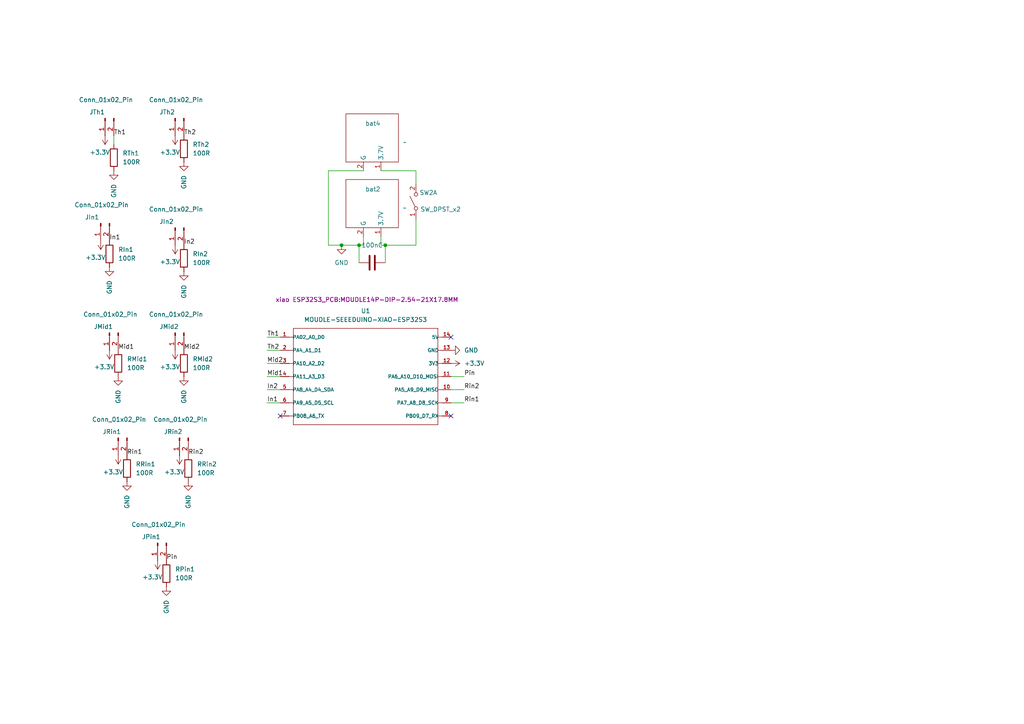
<source format=kicad_sch>
(kicad_sch (version 20250114) (generator "eeschema") (generator_version "9.0")
  (paper "A4")
  (lib_symbols
    (symbol "Connector:Conn_01x02_Pin" (pin_names (offset 1.016) (hide yes))
      (property "Reference" "J" (at 0 2.54 0))
      (property "Value" "Conn_01x02_Pin" (at 0 -5.08 0))
      (symbol "Conn_01x02_Pin_1_1"
        (rectangle (start 0.8636 0.127) (end 0 -0.127) (stroke (width 0.1524)) (fill (type outline)))
        (rectangle (start 0.8636 -2.413) (end 0 -2.667) (stroke (width 0.1524)) (fill (type outline)))
        (polyline (pts (xy 1.27 0) (xy 0.8636 0)) (stroke (width 0.1524)))
        (polyline (pts (xy 1.27 -2.54) (xy 0.8636 -2.54)) (stroke (width 0.1524)))
        (pin passive line (at 5.08 0 180) (length 3.81) (name "Pin_1") (number "1"))
        (pin passive line (at 5.08 -2.54 180) (length 3.81) (name "Pin_2") (number "2"))
      )
    )
    (symbol "Device:C" (pin_numbers (hide yes)) (pin_names (offset 0.254))
      (property "Reference" "C" (at 0.635 2.54 0))
      (property "Value" "C" (at 0.635 -2.54 0))
      (symbol "C_0_1"
        (polyline (pts (xy -2.032 0.762) (xy 2.032 0.762)) (stroke (width 0.508)))
        (polyline (pts (xy -2.032 -0.762) (xy 2.032 -0.762)) (stroke (width 0.508)))
      )
      (symbol "C_1_1"
        (pin passive line (at 0 3.81 270) (length 2.794) (name "~") (number "1"))
        (pin passive line (at 0 -3.81 90) (length 2.794) (name "~") (number "2"))
      )
    )
    (symbol "Device:R" (pin_numbers (hide yes)) (pin_names (offset 0))
      (property "Reference" "R" (at 2.032 0 90))
      (property "Value" "R" (at 0 0 90))
      (symbol "R_0_1"
        (rectangle (start -1.016 -2.54) (end 1.016 2.54) (stroke (width 0.254)))
      )
      (symbol "R_1_1"
        (pin passive line (at 0 3.81 270) (length 1.27) (name "~") (number "1"))
        (pin passive line (at 0 -3.81 90) (length 1.27) (name "~") (number "2"))
      )
    )
    (symbol "MOUDLE-SEEEDUINO-XIAO-ESP32S3:MOUDLE-SEEEDUINO-XIAO-ESP32S3" (pin_names (offset 1.016))
      (property "Reference" "U" (at -21.59 15.24 0))
      (property "Value" "MOUDLE-SEEEDUINO-XIAO-ESP32S3" (at -21.59 13.97 0))
      (symbol "MOUDLE-SEEEDUINO-XIAO-ESP32S3_0_0"
        (polyline (pts (xy -21.59 13.97) (xy 20.32 13.97)) (stroke (width 0.1524)))
        (polyline (pts (xy -21.59 11.43) (xy -22.86 11.43)) (stroke (width 0.1524)))
        (polyline (pts (xy -21.59 11.43) (xy -21.59 13.97)) (stroke (width 0.1524)))
        (polyline (pts (xy -21.59 7.62) (xy -22.86 7.62)) (stroke (width 0.1524)))
        (polyline (pts (xy -21.59 7.62) (xy -21.59 11.43)) (stroke (width 0.1524)))
        (polyline (pts (xy -21.59 3.81) (xy -22.86 3.81)) (stroke (width 0.1524)))
        (polyline (pts (xy -21.59 3.81) (xy -21.59 7.62)) (stroke (width 0.1524)))
        (polyline (pts (xy -21.59 0) (xy -22.86 0)) (stroke (width 0.1524)))
        (polyline (pts (xy -21.59 0) (xy -21.59 3.81)) (stroke (width 0.1524)))
        (polyline (pts (xy -21.59 -3.81) (xy -22.86 -3.81)) (stroke (width 0.1524)))
        (polyline (pts (xy -21.59 -7.62) (xy -22.86 -7.62)) (stroke (width 0.1524)))
        (polyline (pts (xy -21.59 -11.43) (xy -22.86 -11.43)) (stroke (width 0.1524)))
        (polyline (pts (xy -21.59 -13.97) (xy -21.59 0)) (stroke (width 0.1524)))
        (polyline (pts (xy 20.32 13.97) (xy 20.32 11.43)) (stroke (width 0.1524)))
        (polyline (pts (xy 20.32 11.43) (xy 20.32 7.62)) (stroke (width 0.1524)))
        (polyline (pts (xy 20.32 7.62) (xy 20.32 3.81)) (stroke (width 0.1524)))
        (polyline (pts (xy 20.32 3.81) (xy 20.32 -13.97)) (stroke (width 0.1524)))
        (polyline (pts (xy 20.32 -13.97) (xy -21.59 -13.97)) (stroke (width 0.1524)))
        (polyline (pts (xy 21.59 11.43) (xy 20.32 11.43)) (stroke (width 0.1524)))
        (polyline (pts (xy 21.59 7.62) (xy 20.32 7.62)) (stroke (width 0.1524)))
        (polyline (pts (xy 21.59 3.81) (xy 20.32 3.81)) (stroke (width 0.1524)))
        (polyline (pts (xy 21.59 0) (xy 20.32 0)) (stroke (width 0.1524)))
        (polyline (pts (xy 21.59 -3.81) (xy 20.32 -3.81)) (stroke (width 0.1524)))
        (polyline (pts (xy 21.59 -7.62) (xy 20.32 -7.62)) (stroke (width 0.1524)))
        (polyline (pts (xy 21.59 -11.43) (xy 20.32 -11.43)) (stroke (width 0.1524)))
        (pin bidirectional line (at -25.4 11.43 0) (length 2.54) (name "PA02_A0_D0") (number "1"))
        (pin bidirectional line (at -25.4 7.62 0) (length 2.54) (name "PA4_A1_D1") (number "2"))
        (pin bidirectional line (at -25.4 3.81 0) (length 2.54) (name "PA10_A2_D2") (number "3"))
        (pin bidirectional line (at -25.4 0 0) (length 2.54) (name "PA11_A3_D3") (number "4"))
        (pin bidirectional line (at -25.4 -3.81 0) (length 2.54) (name "PA8_A4_D4_SDA") (number "5"))
        (pin bidirectional line (at -25.4 -7.62 0) (length 2.54) (name "PA9_A5_D5_SCL") (number "6"))
        (pin bidirectional line (at 24.13 0 180) (length 2.54) (name "PA6_A10_D10_MOSI") (number "11"))
        (pin bidirectional line (at 24.13 -3.81 180) (length 2.54) (name "PA5_A9_D9_MISO") (number "10"))
        (pin bidirectional line (at 24.13 -7.62 180) (length 2.54) (name "PA7_A8_D8_SCK") (number "9"))
      )
      (symbol "MOUDLE-SEEEDUINO-XIAO-ESP32S3_1_0"
        (pin bidirectional line (at -25.4 -11.43 0) (length 2.54) (name "PB08_A6_TX") (number "7"))
        (pin power_out line (at 24.13 11.43 180) (length 2.54) (name "5V") (number "14"))
        (pin power_out line (at 24.13 7.62 180) (length 2.54) (name "GND") (number "13"))
        (pin power_out line (at 24.13 3.81 180) (length 2.54) (name "3V3") (number "12"))
        (pin bidirectional line (at 24.13 -11.43 180) (length 2.54) (name "PB09_D7_RX") (number "8"))
      )
    )
    (symbol "Switch:SW_DPST_x2" (pin_names (offset 0) (hide yes))
      (property "Reference" "SW" (at 0 3.175 0))
      (property "Value" "SW_DPST_x2" (at 0 -2.54 0))
      (symbol "SW_DPST_x2_0_0"
        (circle (center -2.032 0) (radius 0.508))
        (polyline (pts (xy -1.524 0.254) (xy 1.524 1.778)))
        (circle (center 2.032 0) (radius 0.508))
      )
      (symbol "SW_DPST_x2_1_1"
        (pin passive line (at -5.08 0 0) (length 2.54) (name "A") (number "1"))
        (pin passive line (at 5.08 0 180) (length 2.54) (name "B") (number "2"))
      )
      (symbol "SW_DPST_x2_2_1"
        (pin passive line (at -5.08 0 0) (length 2.54) (name "A") (number "3"))
        (pin passive line (at 5.08 0 180) (length 2.54) (name "B") (number "4"))
      )
    )
    (symbol "extra:BAT"
      (property "Reference" "bat" (at 0 0 0))
      (symbol "BAT_0_1"
        (rectangle (start -7.62 6.35) (end 7.62 -7.62))
      )
      (symbol "BAT_1_1"
        (pin input line (at -2.54 8.89 270) (length 2.54) (name "3.7V") (number "1"))
        (pin input line (at 2.54 8.89 270) (length 2.54) (name "G") (number "2"))
      )
    )
    (symbol "power:+3.3V" (power) (pin_numbers (hide yes)) (pin_names (offset 0) (hide yes))
      (property "Value" "+3.3V" (at 0 3.556 0))
      (symbol "+3.3V_0_1"
        (polyline (pts (xy -0.762 1.27) (xy 0 2.54)))
        (polyline (pts (xy 0 2.54) (xy 0.762 1.27)))
        (polyline (pts (xy 0 0) (xy 0 2.54)))
      )
      (symbol "+3.3V_1_1"
        (pin power_in line (at 0 0 90) (length 0) (name "~") (number "1"))
      )
    )
    (symbol "power:GND" (power) (pin_numbers (hide yes)) (pin_names (offset 0) (hide yes))
      (property "Value" "GND" (at 0 -3.81 0))
      (symbol "GND_0_1"
        (polyline (pts (xy 0 0) (xy 0 -1.27) (xy 1.27 -1.27) (xy 0 -2.54) (xy -1.27 -1.27) (xy 0 -1.27)))
      )
      (symbol "GND_1_1"
        (pin power_in line (at 0 0 270) (length 0) (name "~") (number "1"))
      )
    )
  )
  (junction (at 99.06 71.12))
  (junction (at 111.76 71.12))
  (junction (at 104.14 71.12))
  (no_connect (at 81.28 120.65))
  (no_connect (at 130.81 97.79))
  (no_connect (at 130.81 120.65))
  (wire (pts (xy 77.47 109.22) (xy 81.28 109.22)))
  (wire (pts (xy 104.14 71.12) (xy 104.14 76.2)))
  (wire (pts (xy 130.81 116.84) (xy 134.62 116.84)))
  (wire (pts (xy 110.49 49.53) (xy 120.65 49.53)))
  (wire (pts (xy 111.76 71.12) (xy 120.65 71.12)))
  (wire (pts (xy 77.47 97.79) (xy 81.28 97.79)))
  (wire (pts (xy 130.81 109.22) (xy 134.62 109.22)))
  (wire (pts (xy 120.65 63.5) (xy 120.65 71.12)))
  (wire (pts (xy 105.41 49.53) (xy 95.25 49.53)))
  (wire (pts (xy 99.06 71.12) (xy 104.14 71.12)))
  (wire (pts (xy 120.65 49.53) (xy 120.65 53.34)))
  (wire (pts (xy 104.14 71.12) (xy 105.41 71.12)))
  (wire (pts (xy 95.25 71.12) (xy 99.06 71.12)))
  (wire (pts (xy 33.02 41.91) (xy 33.02 39.37)))
  (wire (pts (xy 77.47 116.84) (xy 81.28 116.84)))
  (wire (pts (xy 95.25 49.53) (xy 95.25 71.12)))
  (wire (pts (xy 130.81 113.03) (xy 134.62 113.03)))
  (wire (pts (xy 111.76 71.12) (xy 111.76 76.2)))
  (wire (pts (xy 105.41 71.12) (xy 105.41 68.58)))
  (wire (pts (xy 77.47 105.41) (xy 81.28 105.41)))
  (wire (pts (xy 77.47 101.6) (xy 81.28 101.6)))
  (wire (pts (xy 111.76 71.12) (xy 110.49 71.12)))
  (wire (pts (xy 77.47 113.03) (xy 81.28 113.03)))
  (wire (pts (xy 110.49 71.12) (xy 110.49 68.58)))
  (label "Th1" (at 77.47 97.79 0))
  (label "Th1" (at 33.02 39.37 0))
  (label "In2" (at 77.47 113.03 0))
  (label "Mid1" (at 34.29 101.6 0))
  (label "Mid2" (at 77.47 105.41 0))
  (label "Mid1" (at 77.47 109.22 0))
  (label "Pin" (at 48.26 162.56 0))
  (label "In2" (at 53.34 71.12 0))
  (label "In1" (at 77.47 116.84 0))
  (label "Rin2" (at 54.61 132.08 0))
  (label "Mid2" (at 53.34 101.6 0))
  (label "Rin1" (at 134.62 116.84 0))
  (label "Pin" (at 134.62 109.22 0))
  (label "In1" (at 31.75 69.85 0))
  (label "Th2" (at 53.34 39.37 0))
  (label "Th2" (at 77.47 101.6 0))
  (label "Rin2" (at 134.62 113.03 0))
  (label "Rin1" (at 36.83 132.08 0))
  (symbol (lib_id "MOUDLE-SEEEDUINO-XIAO-ESP32S3:MOUDLE-SEEEDUINO-XIAO-ESP32S3") (at 106.68 109.22 0) (unit 1)
    (property "Reference" "U1" (at 106.045 90.17 0))
    (property "Value" "MOUDLE-SEEEDUINO-XIAO-ESP32S3" (at 106.045 92.71 0))
    (property "Footprint" "xiao ESP32S3_PCB:MOUDLE14P-DIP-2.54-21X17.8MM" (at 106.426 87.63 0) (effects (justify bottom)))
  )
  (symbol (lib_id "Device:R") (at 53.34 74.93 0) (unit 1)
    (property "Reference" "RIn2" (at 55.88 73.6599 0) (effects (justify left)))
    (property "Value" "100R" (at 55.88 76.1999 0) (effects (justify left)))
    (property "Footprint" "Resistor_THT:R_Axial_DIN0204_L3.6mm_D1.6mm_P1.90mm_Vertical" (effects (hide yes)))
    (property "Description" "Resistor" (effects (hide yes)))
  )
  (symbol (lib_id "extra:BAT") (at 107.95 40.64 180) (unit 1)
    (property "Reference" "bat4" (at 105.918 35.814 0) (effects (justify right)))
    (property "Value" "~" (at 116.84 41.275 0) (effects (justify right)))
    (property "Footprint" "Connector_JST:JST_PH_B2B-PH-K_1x02_P2.00mm_Vertical" (effects (hide yes)))
  )
  (symbol (lib_id "Device:R") (at 36.83 135.89 0) (unit 1)
    (property "Reference" "RRin1" (at 39.37 134.6199 0) (effects (justify left)))
    (property "Value" "100R" (at 39.37 137.1599 0) (effects (justify left)))
    (property "Footprint" "Resistor_THT:R_Axial_DIN0204_L3.6mm_D1.6mm_P1.90mm_Vertical" (effects (hide yes)))
    (property "Description" "Resistor" (effects (hide yes)))
  )
  (symbol (lib_id "power:+3.3V") (at 30.48 39.37 180) (unit 1)
    (property "Reference" "#PWR04" (effects (hide yes)))
    (property "Value" "+3.3V" (at 28.956 44.196 0))
    (property "Description" "Power symbol creates a global label with name \"+3.3V\"" (effects (hide yes)))
  )
  (symbol (lib_id "Device:R") (at 31.75 73.66 0) (unit 1)
    (property "Reference" "RIn1" (at 34.29 72.3899 0) (effects (justify left)))
    (property "Value" "100R" (at 34.29 74.9299 0) (effects (justify left)))
    (property "Footprint" "Resistor_THT:R_Axial_DIN0204_L3.6mm_D1.6mm_P1.90mm_Vertical" (effects (hide yes)))
    (property "Description" "Resistor" (effects (hide yes)))
  )
  (symbol (lib_id "Connector:Conn_01x02_Pin") (at 50.8 96.52 90) (mirror x) (unit 1)
    (property "Reference" "JMid2" (at 46.228 94.742 90) (effects (justify right)))
    (property "Value" "Conn_01x02_Pin" (at 43.18 91.186 90) (effects (justify right)))
    (property "Footprint" "Connector_JST:JST_XH_S2B-XH-A_1x02_P2.50mm_Horizontal" (effects (hide yes)))
    (property "Description" "Generic connector, single row, 01x02, script generated" (effects (hide yes)))
  )
  (symbol (lib_id "Connector:Conn_01x02_Pin") (at 50.8 66.04 90) (mirror x) (unit 1)
    (property "Reference" "JIn2" (at 46.228 64.262 90) (effects (justify right)))
    (property "Value" "Conn_01x02_Pin" (at 43.18 60.706 90) (effects (justify right)))
    (property "Footprint" "Connector_JST:JST_XH_S2B-XH-A_1x02_P2.50mm_Horizontal" (effects (hide yes)))
    (property "Description" "Generic connector, single row, 01x02, script generated" (effects (hide yes)))
  )
  (symbol (lib_id "Switch:SW_DPST_x2") (at 120.65 58.42 90) (unit 1)
    (property "Reference" "SW2" (at 121.666 55.88 90) (effects (justify right)))
    (property "Value" "SW_DPST_x2" (at 121.92 60.706 90) (effects (justify right)))
    (property "Footprint" "Connector_JST:JST_PH_B2B-PH-K_1x02_P2.00mm_Vertical" (effects (hide yes)))
    (property "Description" "Single Pole Single Throw (SPST) switch, separate symbol" (effects (hide yes)))
  )
  (symbol (lib_id "Connector:Conn_01x02_Pin") (at 50.8 34.29 90) (mirror x) (unit 1)
    (property "Reference" "JTh2" (at 46.228 32.512 90) (effects (justify right)))
    (property "Value" "Conn_01x02_Pin" (at 43.18 28.956 90) (effects (justify right)))
    (property "Footprint" "Connector_JST:JST_XH_S2B-XH-A_1x02_P2.50mm_Horizontal" (effects (hide yes)))
    (property "Description" "Generic connector, single row, 01x02, script generated" (effects (hide yes)))
  )
  (symbol (lib_id "power:GND") (at 34.29 109.22 0) (unit 1)
    (property "Reference" "#PWR018" (effects (hide yes)))
    (property "Value" "GND" (at 34.2901 113.03 90) (effects (justify right)))
    (property "Description" "Power symbol creates a global label with name \"GND\" , ground" (effects (hide yes)))
  )
  (symbol (lib_id "power:GND") (at 31.75 77.47 0) (unit 1)
    (property "Reference" "#PWR08" (effects (hide yes)))
    (property "Value" "GND" (at 31.7501 81.28 90) (effects (justify right)))
    (property "Description" "Power symbol creates a global label with name \"GND\" , ground" (effects (hide yes)))
  )
  (symbol (lib_id "power:+3.3V") (at 29.21 69.85 180) (unit 1)
    (property "Reference" "#PWR06" (effects (hide yes)))
    (property "Value" "+3.3V" (at 27.686 74.676 0))
    (property "Description" "Power symbol creates a global label with name \"+3.3V\"" (effects (hide yes)))
  )
  (symbol (lib_id "Connector:Conn_01x02_Pin") (at 52.07 127 90) (mirror x) (unit 1)
    (property "Reference" "JRin2" (at 47.498 125.222 90) (effects (justify right)))
    (property "Value" "Conn_01x02_Pin" (at 44.45 121.666 90) (effects (justify right)))
    (property "Footprint" "Connector_JST:JST_XH_S2B-XH-A_1x02_P2.50mm_Horizontal" (effects (hide yes)))
    (property "Description" "Generic connector, single row, 01x02, script generated" (effects (hide yes)))
  )
  (symbol (lib_id "power:+3.3V") (at 34.29 132.08 180) (unit 1)
    (property "Reference" "#PWR013" (effects (hide yes)))
    (property "Value" "+3.3V" (at 32.766 136.906 0))
    (property "Description" "Power symbol creates a global label with name \"+3.3V\"" (effects (hide yes)))
  )
  (symbol (lib_id "power:+3.3V") (at 52.07 132.08 180) (unit 1)
    (property "Reference" "#PWR011" (effects (hide yes)))
    (property "Value" "+3.3V" (at 50.546 136.906 0))
    (property "Description" "Power symbol creates a global label with name \"+3.3V\"" (effects (hide yes)))
  )
  (symbol (lib_id "power:+3.3V") (at 50.8 71.12 180) (unit 1)
    (property "Reference" "#PWR09" (effects (hide yes)))
    (property "Value" "+3.3V" (at 49.276 75.946 0))
    (property "Description" "Power symbol creates a global label with name \"+3.3V\"" (effects (hide yes)))
  )
  (symbol (lib_id "Device:R") (at 53.34 43.18 0) (unit 1)
    (property "Reference" "RTh2" (at 55.88 41.9099 0) (effects (justify left)))
    (property "Value" "100R" (at 55.88 44.4499 0) (effects (justify left)))
    (property "Footprint" "Resistor_THT:R_Axial_DIN0204_L3.6mm_D1.6mm_P1.90mm_Vertical" (effects (hide yes)))
    (property "Description" "Resistor" (effects (hide yes)))
  )
  (symbol (lib_id "Device:R") (at 54.61 135.89 0) (unit 1)
    (property "Reference" "RRin2" (at 57.15 134.6199 0) (effects (justify left)))
    (property "Value" "100R" (at 57.15 137.1599 0) (effects (justify left)))
    (property "Footprint" "Resistor_THT:R_Axial_DIN0204_L3.6mm_D1.6mm_P1.90mm_Vertical" (effects (hide yes)))
    (property "Description" "Resistor" (effects (hide yes)))
  )
  (symbol (lib_id "power:GND") (at 48.26 170.18 0) (unit 1)
    (property "Reference" "#PWR020" (effects (hide yes)))
    (property "Value" "GND" (at 48.2601 173.99 90) (effects (justify right)))
    (property "Description" "Power symbol creates a global label with name \"GND\" , ground" (effects (hide yes)))
  )
  (symbol (lib_id "power:GND") (at 53.34 46.99 0) (unit 1)
    (property "Reference" "#PWR05" (effects (hide yes)))
    (property "Value" "GND" (at 53.3401 50.8 90) (effects (justify right)))
    (property "Description" "Power symbol creates a global label with name \"GND\" , ground" (effects (hide yes)))
  )
  (symbol (lib_id "Connector:Conn_01x02_Pin") (at 31.75 96.52 90) (mirror x) (unit 1)
    (property "Reference" "JMid1" (at 27.178 94.742 90) (effects (justify right)))
    (property "Value" "Conn_01x02_Pin" (at 24.13 91.186 90) (effects (justify right)))
    (property "Footprint" "Connector_JST:JST_XH_S2B-XH-A_1x02_P2.50mm_Horizontal" (effects (hide yes)))
    (property "Description" "Generic connector, single row, 01x02, script generated" (effects (hide yes)))
  )
  (symbol (lib_id "power:+3.3V") (at 45.72 162.56 180) (unit 1)
    (property "Reference" "#PWR019" (effects (hide yes)))
    (property "Value" "+3.3V" (at 44.196 167.386 0))
    (property "Description" "Power symbol creates a global label with name \"+3.3V\"" (effects (hide yes)))
  )
  (symbol (lib_id "power:GND") (at 36.83 139.7 0) (unit 1)
    (property "Reference" "#PWR014" (effects (hide yes)))
    (property "Value" "GND" (at 36.8301 143.51 90) (effects (justify right)))
    (property "Description" "Power symbol creates a global label with name \"GND\" , ground" (effects (hide yes)))
  )
  (symbol (lib_id "Device:C") (at 107.95 76.2 270) (unit 1)
    (property "Reference" "C2" (effects (hide yes)))
    (property "Value" "100nC" (at 107.95 71.12 90))
    (property "Footprint" "Capacitor_THT:C_Disc_D3.0mm_W2.0mm_P2.50mm" (effects (hide yes)))
    (property "Description" "Unpolarized capacitor" (effects (hide yes)))
  )
  (symbol (lib_id "power:GND") (at 53.34 109.22 0) (unit 1)
    (property "Reference" "#PWR016" (effects (hide yes)))
    (property "Value" "GND" (at 53.3401 113.03 90) (effects (justify right)))
    (property "Description" "Power symbol creates a global label with name \"GND\" , ground" (effects (hide yes)))
  )
  (symbol (lib_id "Device:R") (at 53.34 105.41 0) (unit 1)
    (property "Reference" "RMid2" (at 55.88 104.1399 0) (effects (justify left)))
    (property "Value" "100R" (at 55.88 106.6799 0) (effects (justify left)))
    (property "Footprint" "Resistor_THT:R_Axial_DIN0204_L3.6mm_D1.6mm_P1.90mm_Vertical" (effects (hide yes)))
    (property "Description" "Resistor" (effects (hide yes)))
  )
  (symbol (lib_id "power:+3.3V") (at 50.8 101.6 180) (unit 1)
    (property "Reference" "#PWR015" (effects (hide yes)))
    (property "Value" "+3.3V" (at 49.276 106.426 0))
    (property "Description" "Power symbol creates a global label with name \"+3.3V\"" (effects (hide yes)))
  )
  (symbol (lib_id "power:+3.3V") (at 130.81 105.41 270) (unit 1)
    (property "Reference" "#PWR03" (effects (hide yes)))
    (property "Value" "+3.3V" (at 134.62 105.4099 90) (effects (justify left)))
    (property "Description" "Power symbol creates a global label with name \"+3.3V\"" (effects (hide yes)))
  )
  (symbol (lib_id "power:GND") (at 53.34 78.74 0) (unit 1)
    (property "Reference" "#PWR010" (effects (hide yes)))
    (property "Value" "GND" (at 53.3401 82.55 90) (effects (justify right)))
    (property "Description" "Power symbol creates a global label with name \"GND\" , ground" (effects (hide yes)))
  )
  (symbol (lib_id "power:+3.3V") (at 50.8 39.37 180) (unit 1)
    (property "Reference" "#PWR02" (effects (hide yes)))
    (property "Value" "+3.3V" (at 49.276 44.196 0))
    (property "Description" "Power symbol creates a global label with name \"+3.3V\"" (effects (hide yes)))
  )
  (symbol (lib_id "Device:R") (at 33.02 45.72 0) (unit 1)
    (property "Reference" "RTh1" (at 35.56 44.4499 0) (effects (justify left)))
    (property "Value" "100R" (at 35.56 46.9899 0) (effects (justify left)))
    (property "Footprint" "Resistor_THT:R_Axial_DIN0204_L3.6mm_D1.6mm_P1.90mm_Vertical" (effects (hide yes)))
    (property "Description" "Resistor" (effects (hide yes)))
  )
  (symbol (lib_id "Connector:Conn_01x02_Pin") (at 45.72 157.48 90) (mirror x) (unit 1)
    (property "Reference" "JPin1" (at 41.148 155.702 90) (effects (justify right)))
    (property "Value" "Conn_01x02_Pin" (at 38.1 152.146 90) (effects (justify right)))
    (property "Footprint" "Connector_JST:JST_XH_S2B-XH-A_1x02_P2.50mm_Horizontal" (effects (hide yes)))
    (property "Description" "Generic connector, single row, 01x02, script generated" (effects (hide yes)))
  )
  (symbol (lib_id "Connector:Conn_01x02_Pin") (at 30.48 34.29 90) (mirror x) (unit 1)
    (property "Reference" "JTh1" (at 25.908 32.512 90) (effects (justify right)))
    (property "Value" "Conn_01x02_Pin" (at 22.86 28.956 90) (effects (justify right)))
    (property "Footprint" "Connector_JST:JST_XH_S2B-XH-A_1x02_P2.50mm_Horizontal" (effects (hide yes)))
    (property "Description" "Generic connector, single row, 01x02, script generated" (effects (hide yes)))
  )
  (symbol (lib_id "power:GND") (at 130.81 101.6 90) (unit 1)
    (property "Reference" "#PWR07" (effects (hide yes)))
    (property "Value" "GND" (at 134.62 101.5999 90) (effects (justify right)))
    (property "Description" "Power symbol creates a global label with name \"GND\" , ground" (effects (hide yes)))
  )
  (symbol (lib_id "Connector:Conn_01x02_Pin") (at 29.21 64.77 90) (mirror x) (unit 1)
    (property "Reference" "JIn1" (at 24.638 62.992 90) (effects (justify right)))
    (property "Value" "Conn_01x02_Pin" (at 21.59 59.436 90) (effects (justify right)))
    (property "Footprint" "Connector_JST:JST_XH_S2B-XH-A_1x02_P2.50mm_Horizontal" (effects (hide yes)))
    (property "Description" "Generic connector, single row, 01x02, script generated" (effects (hide yes)))
  )
  (symbol (lib_id "power:GND") (at 33.02 49.53 0) (unit 1)
    (property "Reference" "#PWR01" (effects (hide yes)))
    (property "Value" "GND" (at 33.0201 53.34 90) (effects (justify right)))
    (property "Description" "Power symbol creates a global label with name \"GND\" , ground" (effects (hide yes)))
  )
  (symbol (lib_id "Device:R") (at 48.26 166.37 0) (unit 1)
    (property "Reference" "RPin1" (at 50.8 165.0999 0) (effects (justify left)))
    (property "Value" "100R" (at 50.8 167.6399 0) (effects (justify left)))
    (property "Footprint" "Resistor_THT:R_Axial_DIN0204_L3.6mm_D1.6mm_P1.90mm_Vertical" (effects (hide yes)))
    (property "Description" "Resistor" (effects (hide yes)))
  )
  (symbol (lib_id "power:+3.3V") (at 31.75 101.6 180) (unit 1)
    (property "Reference" "#PWR017" (effects (hide yes)))
    (property "Value" "+3.3V" (at 30.226 106.426 0))
    (property "Description" "Power symbol creates a global label with name \"+3.3V\"" (effects (hide yes)))
  )
  (symbol (lib_id "power:GND") (at 99.06 71.12 0) (unit 1)
    (property "Reference" "#PWR022" (effects (hide yes)))
    (property "Value" "GND" (at 99.06 76.2 0))
    (property "Description" "Power symbol creates a global label with name \"GND\" , ground" (effects (hide yes)))
  )
  (symbol (lib_id "extra:BAT") (at 107.95 59.69 180) (unit 1)
    (property "Reference" "bat2" (at 105.918 54.864 0) (effects (justify right)))
    (property "Value" "~" (at 116.84 60.325 0) (effects (justify right)))
    (property "Footprint" "Connector_JST:JST_PH_B2B-PH-K_1x02_P2.00mm_Vertical" (effects (hide yes)))
  )
  (symbol (lib_id "power:GND") (at 54.61 139.7 0) (unit 1)
    (property "Reference" "#PWR012" (effects (hide yes)))
    (property "Value" "GND" (at 54.6101 143.51 90) (effects (justify right)))
    (property "Description" "Power symbol creates a global label with name \"GND\" , ground" (effects (hide yes)))
  )
  (symbol (lib_id "Device:R") (at 34.29 105.41 0) (unit 1)
    (property "Reference" "RMid1" (at 36.83 104.1399 0) (effects (justify left)))
    (property "Value" "100R" (at 36.83 106.6799 0) (effects (justify left)))
    (property "Footprint" "Resistor_THT:R_Axial_DIN0204_L3.6mm_D1.6mm_P1.90mm_Vertical" (effects (hide yes)))
    (property "Description" "Resistor" (effects (hide yes)))
  )
  (symbol (lib_id "Connector:Conn_01x02_Pin") (at 34.29 127 90) (mirror x) (unit 1)
    (property "Reference" "JRin1" (at 29.718 125.222 90) (effects (justify right)))
    (property "Value" "Conn_01x02_Pin" (at 26.67 121.666 90) (effects (justify right)))
    (property "Footprint" "Connector_JST:JST_XH_S2B-XH-A_1x02_P2.50mm_Horizontal" (effects (hide yes)))
    (property "Description" "Generic connector, single row, 01x02, script generated" (effects (hide yes)))
  )
)
</source>
